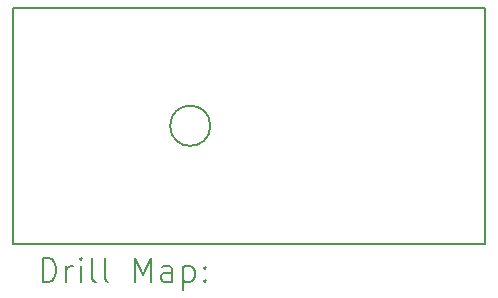
<source format=gbr>
%TF.GenerationSoftware,KiCad,Pcbnew,8.0.2*%
%TF.CreationDate,2024-06-29T14:50:50+02:00*%
%TF.ProjectId,STM32F4_GateSignalGenerator_GateDriver,53544d33-3246-4345-9f47-617465536967,rev?*%
%TF.SameCoordinates,Original*%
%TF.FileFunction,Drillmap*%
%TF.FilePolarity,Positive*%
%FSLAX45Y45*%
G04 Gerber Fmt 4.5, Leading zero omitted, Abs format (unit mm)*
G04 Created by KiCad (PCBNEW 8.0.2) date 2024-06-29 14:50:50*
%MOMM*%
%LPD*%
G01*
G04 APERTURE LIST*
%ADD10C,0.200000*%
G04 APERTURE END LIST*
D10*
X16770000Y-9400000D02*
G75*
G02*
X16430000Y-9400000I-170000J0D01*
G01*
X16430000Y-9400000D02*
G75*
G02*
X16770000Y-9400000I170000J0D01*
G01*
X15100000Y-8400000D02*
X19100000Y-8400000D01*
X19100000Y-10400000D01*
X15100000Y-10400000D01*
X15100000Y-8400000D01*
X15350777Y-10721484D02*
X15350777Y-10521484D01*
X15350777Y-10521484D02*
X15398396Y-10521484D01*
X15398396Y-10521484D02*
X15426967Y-10531008D01*
X15426967Y-10531008D02*
X15446015Y-10550055D01*
X15446015Y-10550055D02*
X15455539Y-10569103D01*
X15455539Y-10569103D02*
X15465062Y-10607198D01*
X15465062Y-10607198D02*
X15465062Y-10635770D01*
X15465062Y-10635770D02*
X15455539Y-10673865D01*
X15455539Y-10673865D02*
X15446015Y-10692912D01*
X15446015Y-10692912D02*
X15426967Y-10711960D01*
X15426967Y-10711960D02*
X15398396Y-10721484D01*
X15398396Y-10721484D02*
X15350777Y-10721484D01*
X15550777Y-10721484D02*
X15550777Y-10588150D01*
X15550777Y-10626246D02*
X15560301Y-10607198D01*
X15560301Y-10607198D02*
X15569824Y-10597674D01*
X15569824Y-10597674D02*
X15588872Y-10588150D01*
X15588872Y-10588150D02*
X15607920Y-10588150D01*
X15674586Y-10721484D02*
X15674586Y-10588150D01*
X15674586Y-10521484D02*
X15665062Y-10531008D01*
X15665062Y-10531008D02*
X15674586Y-10540531D01*
X15674586Y-10540531D02*
X15684110Y-10531008D01*
X15684110Y-10531008D02*
X15674586Y-10521484D01*
X15674586Y-10521484D02*
X15674586Y-10540531D01*
X15798396Y-10721484D02*
X15779348Y-10711960D01*
X15779348Y-10711960D02*
X15769824Y-10692912D01*
X15769824Y-10692912D02*
X15769824Y-10521484D01*
X15903158Y-10721484D02*
X15884110Y-10711960D01*
X15884110Y-10711960D02*
X15874586Y-10692912D01*
X15874586Y-10692912D02*
X15874586Y-10521484D01*
X16131729Y-10721484D02*
X16131729Y-10521484D01*
X16131729Y-10521484D02*
X16198396Y-10664341D01*
X16198396Y-10664341D02*
X16265062Y-10521484D01*
X16265062Y-10521484D02*
X16265062Y-10721484D01*
X16446015Y-10721484D02*
X16446015Y-10616722D01*
X16446015Y-10616722D02*
X16436491Y-10597674D01*
X16436491Y-10597674D02*
X16417443Y-10588150D01*
X16417443Y-10588150D02*
X16379348Y-10588150D01*
X16379348Y-10588150D02*
X16360301Y-10597674D01*
X16446015Y-10711960D02*
X16426967Y-10721484D01*
X16426967Y-10721484D02*
X16379348Y-10721484D01*
X16379348Y-10721484D02*
X16360301Y-10711960D01*
X16360301Y-10711960D02*
X16350777Y-10692912D01*
X16350777Y-10692912D02*
X16350777Y-10673865D01*
X16350777Y-10673865D02*
X16360301Y-10654817D01*
X16360301Y-10654817D02*
X16379348Y-10645293D01*
X16379348Y-10645293D02*
X16426967Y-10645293D01*
X16426967Y-10645293D02*
X16446015Y-10635770D01*
X16541253Y-10588150D02*
X16541253Y-10788150D01*
X16541253Y-10597674D02*
X16560301Y-10588150D01*
X16560301Y-10588150D02*
X16598396Y-10588150D01*
X16598396Y-10588150D02*
X16617443Y-10597674D01*
X16617443Y-10597674D02*
X16626967Y-10607198D01*
X16626967Y-10607198D02*
X16636491Y-10626246D01*
X16636491Y-10626246D02*
X16636491Y-10683389D01*
X16636491Y-10683389D02*
X16626967Y-10702436D01*
X16626967Y-10702436D02*
X16617443Y-10711960D01*
X16617443Y-10711960D02*
X16598396Y-10721484D01*
X16598396Y-10721484D02*
X16560301Y-10721484D01*
X16560301Y-10721484D02*
X16541253Y-10711960D01*
X16722205Y-10702436D02*
X16731729Y-10711960D01*
X16731729Y-10711960D02*
X16722205Y-10721484D01*
X16722205Y-10721484D02*
X16712682Y-10711960D01*
X16712682Y-10711960D02*
X16722205Y-10702436D01*
X16722205Y-10702436D02*
X16722205Y-10721484D01*
X16722205Y-10597674D02*
X16731729Y-10607198D01*
X16731729Y-10607198D02*
X16722205Y-10616722D01*
X16722205Y-10616722D02*
X16712682Y-10607198D01*
X16712682Y-10607198D02*
X16722205Y-10597674D01*
X16722205Y-10597674D02*
X16722205Y-10616722D01*
M02*

</source>
